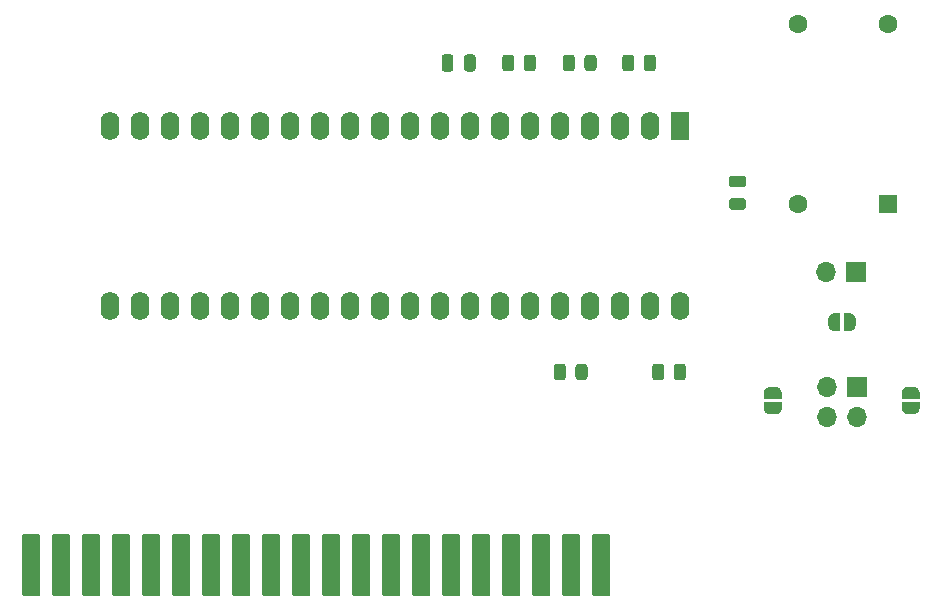
<source format=gbr>
G04 #@! TF.GenerationSoftware,KiCad,Pcbnew,(5.1.9-0-10_14)*
G04 #@! TF.CreationDate,2021-05-05T15:59:09-05:00*
G04 #@! TF.ProjectId,CPU Card,43505520-4361-4726-942e-6b696361645f,v1.0*
G04 #@! TF.SameCoordinates,Original*
G04 #@! TF.FileFunction,Soldermask,Top*
G04 #@! TF.FilePolarity,Negative*
%FSLAX46Y46*%
G04 Gerber Fmt 4.6, Leading zero omitted, Abs format (unit mm)*
G04 Created by KiCad (PCBNEW (5.1.9-0-10_14)) date 2021-05-05 15:59:09*
%MOMM*%
%LPD*%
G01*
G04 APERTURE LIST*
%ADD10R,1.600000X2.400000*%
%ADD11O,1.600000X2.400000*%
%ADD12R,1.700000X1.700000*%
%ADD13O,1.700000X1.700000*%
%ADD14C,0.100000*%
%ADD15R,1.600000X1.600000*%
%ADD16C,1.600000*%
G04 APERTURE END LIST*
G36*
G01*
X164145000Y-132541600D02*
X162875000Y-132541600D01*
G75*
G02*
X162773400Y-132440000I0J101600D01*
G01*
X162773400Y-127360000D01*
G75*
G02*
X162875000Y-127258400I101600J0D01*
G01*
X164145000Y-127258400D01*
G75*
G02*
X164246600Y-127360000I0J-101600D01*
G01*
X164246600Y-132440000D01*
G75*
G02*
X164145000Y-132541600I-101600J0D01*
G01*
G37*
G36*
G01*
X161605000Y-132541600D02*
X160335000Y-132541600D01*
G75*
G02*
X160233400Y-132440000I0J101600D01*
G01*
X160233400Y-127360000D01*
G75*
G02*
X160335000Y-127258400I101600J0D01*
G01*
X161605000Y-127258400D01*
G75*
G02*
X161706600Y-127360000I0J-101600D01*
G01*
X161706600Y-132440000D01*
G75*
G02*
X161605000Y-132541600I-101600J0D01*
G01*
G37*
G36*
G01*
X159065000Y-132541600D02*
X157795000Y-132541600D01*
G75*
G02*
X157693400Y-132440000I0J101600D01*
G01*
X157693400Y-127360000D01*
G75*
G02*
X157795000Y-127258400I101600J0D01*
G01*
X159065000Y-127258400D01*
G75*
G02*
X159166600Y-127360000I0J-101600D01*
G01*
X159166600Y-132440000D01*
G75*
G02*
X159065000Y-132541600I-101600J0D01*
G01*
G37*
G36*
G01*
X156525000Y-132541600D02*
X155255000Y-132541600D01*
G75*
G02*
X155153400Y-132440000I0J101600D01*
G01*
X155153400Y-127360000D01*
G75*
G02*
X155255000Y-127258400I101600J0D01*
G01*
X156525000Y-127258400D01*
G75*
G02*
X156626600Y-127360000I0J-101600D01*
G01*
X156626600Y-132440000D01*
G75*
G02*
X156525000Y-132541600I-101600J0D01*
G01*
G37*
G36*
G01*
X153985000Y-132541600D02*
X152715000Y-132541600D01*
G75*
G02*
X152613400Y-132440000I0J101600D01*
G01*
X152613400Y-127360000D01*
G75*
G02*
X152715000Y-127258400I101600J0D01*
G01*
X153985000Y-127258400D01*
G75*
G02*
X154086600Y-127360000I0J-101600D01*
G01*
X154086600Y-132440000D01*
G75*
G02*
X153985000Y-132541600I-101600J0D01*
G01*
G37*
G36*
G01*
X151445000Y-132541600D02*
X150175000Y-132541600D01*
G75*
G02*
X150073400Y-132440000I0J101600D01*
G01*
X150073400Y-127360000D01*
G75*
G02*
X150175000Y-127258400I101600J0D01*
G01*
X151445000Y-127258400D01*
G75*
G02*
X151546600Y-127360000I0J-101600D01*
G01*
X151546600Y-132440000D01*
G75*
G02*
X151445000Y-132541600I-101600J0D01*
G01*
G37*
G36*
G01*
X148905000Y-132541600D02*
X147635000Y-132541600D01*
G75*
G02*
X147533400Y-132440000I0J101600D01*
G01*
X147533400Y-127360000D01*
G75*
G02*
X147635000Y-127258400I101600J0D01*
G01*
X148905000Y-127258400D01*
G75*
G02*
X149006600Y-127360000I0J-101600D01*
G01*
X149006600Y-132440000D01*
G75*
G02*
X148905000Y-132541600I-101600J0D01*
G01*
G37*
G36*
G01*
X146365000Y-132541600D02*
X145095000Y-132541600D01*
G75*
G02*
X144993400Y-132440000I0J101600D01*
G01*
X144993400Y-127360000D01*
G75*
G02*
X145095000Y-127258400I101600J0D01*
G01*
X146365000Y-127258400D01*
G75*
G02*
X146466600Y-127360000I0J-101600D01*
G01*
X146466600Y-132440000D01*
G75*
G02*
X146365000Y-132541600I-101600J0D01*
G01*
G37*
G36*
G01*
X143825000Y-132541600D02*
X142555000Y-132541600D01*
G75*
G02*
X142453400Y-132440000I0J101600D01*
G01*
X142453400Y-127360000D01*
G75*
G02*
X142555000Y-127258400I101600J0D01*
G01*
X143825000Y-127258400D01*
G75*
G02*
X143926600Y-127360000I0J-101600D01*
G01*
X143926600Y-132440000D01*
G75*
G02*
X143825000Y-132541600I-101600J0D01*
G01*
G37*
G36*
G01*
X141285000Y-132541600D02*
X140015000Y-132541600D01*
G75*
G02*
X139913400Y-132440000I0J101600D01*
G01*
X139913400Y-127360000D01*
G75*
G02*
X140015000Y-127258400I101600J0D01*
G01*
X141285000Y-127258400D01*
G75*
G02*
X141386600Y-127360000I0J-101600D01*
G01*
X141386600Y-132440000D01*
G75*
G02*
X141285000Y-132541600I-101600J0D01*
G01*
G37*
G36*
G01*
X138745000Y-132541600D02*
X137475000Y-132541600D01*
G75*
G02*
X137373400Y-132440000I0J101600D01*
G01*
X137373400Y-127360000D01*
G75*
G02*
X137475000Y-127258400I101600J0D01*
G01*
X138745000Y-127258400D01*
G75*
G02*
X138846600Y-127360000I0J-101600D01*
G01*
X138846600Y-132440000D01*
G75*
G02*
X138745000Y-132541600I-101600J0D01*
G01*
G37*
G36*
G01*
X136205000Y-132541600D02*
X134935000Y-132541600D01*
G75*
G02*
X134833400Y-132440000I0J101600D01*
G01*
X134833400Y-127360000D01*
G75*
G02*
X134935000Y-127258400I101600J0D01*
G01*
X136205000Y-127258400D01*
G75*
G02*
X136306600Y-127360000I0J-101600D01*
G01*
X136306600Y-132440000D01*
G75*
G02*
X136205000Y-132541600I-101600J0D01*
G01*
G37*
G36*
G01*
X133665000Y-132541600D02*
X132395000Y-132541600D01*
G75*
G02*
X132293400Y-132440000I0J101600D01*
G01*
X132293400Y-127360000D01*
G75*
G02*
X132395000Y-127258400I101600J0D01*
G01*
X133665000Y-127258400D01*
G75*
G02*
X133766600Y-127360000I0J-101600D01*
G01*
X133766600Y-132440000D01*
G75*
G02*
X133665000Y-132541600I-101600J0D01*
G01*
G37*
G36*
G01*
X131125000Y-132541600D02*
X129855000Y-132541600D01*
G75*
G02*
X129753400Y-132440000I0J101600D01*
G01*
X129753400Y-127360000D01*
G75*
G02*
X129855000Y-127258400I101600J0D01*
G01*
X131125000Y-127258400D01*
G75*
G02*
X131226600Y-127360000I0J-101600D01*
G01*
X131226600Y-132440000D01*
G75*
G02*
X131125000Y-132541600I-101600J0D01*
G01*
G37*
G36*
G01*
X128585000Y-132541600D02*
X127315000Y-132541600D01*
G75*
G02*
X127213400Y-132440000I0J101600D01*
G01*
X127213400Y-127360000D01*
G75*
G02*
X127315000Y-127258400I101600J0D01*
G01*
X128585000Y-127258400D01*
G75*
G02*
X128686600Y-127360000I0J-101600D01*
G01*
X128686600Y-132440000D01*
G75*
G02*
X128585000Y-132541600I-101600J0D01*
G01*
G37*
G36*
G01*
X126045000Y-132541600D02*
X124775000Y-132541600D01*
G75*
G02*
X124673400Y-132440000I0J101600D01*
G01*
X124673400Y-127360000D01*
G75*
G02*
X124775000Y-127258400I101600J0D01*
G01*
X126045000Y-127258400D01*
G75*
G02*
X126146600Y-127360000I0J-101600D01*
G01*
X126146600Y-132440000D01*
G75*
G02*
X126045000Y-132541600I-101600J0D01*
G01*
G37*
G36*
G01*
X123505000Y-132541600D02*
X122235000Y-132541600D01*
G75*
G02*
X122133400Y-132440000I0J101600D01*
G01*
X122133400Y-127360000D01*
G75*
G02*
X122235000Y-127258400I101600J0D01*
G01*
X123505000Y-127258400D01*
G75*
G02*
X123606600Y-127360000I0J-101600D01*
G01*
X123606600Y-132440000D01*
G75*
G02*
X123505000Y-132541600I-101600J0D01*
G01*
G37*
G36*
G01*
X120965000Y-132541600D02*
X119695000Y-132541600D01*
G75*
G02*
X119593400Y-132440000I0J101600D01*
G01*
X119593400Y-127360000D01*
G75*
G02*
X119695000Y-127258400I101600J0D01*
G01*
X120965000Y-127258400D01*
G75*
G02*
X121066600Y-127360000I0J-101600D01*
G01*
X121066600Y-132440000D01*
G75*
G02*
X120965000Y-132541600I-101600J0D01*
G01*
G37*
G36*
G01*
X118425000Y-132541600D02*
X117155000Y-132541600D01*
G75*
G02*
X117053400Y-132440000I0J101600D01*
G01*
X117053400Y-127360000D01*
G75*
G02*
X117155000Y-127258400I101600J0D01*
G01*
X118425000Y-127258400D01*
G75*
G02*
X118526600Y-127360000I0J-101600D01*
G01*
X118526600Y-132440000D01*
G75*
G02*
X118425000Y-132541600I-101600J0D01*
G01*
G37*
G36*
G01*
X115885000Y-132541600D02*
X114615000Y-132541600D01*
G75*
G02*
X114513400Y-132440000I0J101600D01*
G01*
X114513400Y-127360000D01*
G75*
G02*
X114615000Y-127258400I101600J0D01*
G01*
X115885000Y-127258400D01*
G75*
G02*
X115986600Y-127360000I0J-101600D01*
G01*
X115986600Y-132440000D01*
G75*
G02*
X115885000Y-132541600I-101600J0D01*
G01*
G37*
G36*
G01*
X152895000Y-86901000D02*
X152895000Y-87851000D01*
G75*
G02*
X152645000Y-88101000I-250000J0D01*
G01*
X152145000Y-88101000D01*
G75*
G02*
X151895000Y-87851000I0J250000D01*
G01*
X151895000Y-86901000D01*
G75*
G02*
X152145000Y-86651000I250000J0D01*
G01*
X152645000Y-86651000D01*
G75*
G02*
X152895000Y-86901000I0J-250000D01*
G01*
G37*
G36*
G01*
X150995000Y-86901000D02*
X150995000Y-87851000D01*
G75*
G02*
X150745000Y-88101000I-250000J0D01*
G01*
X150245000Y-88101000D01*
G75*
G02*
X149995000Y-87851000I0J250000D01*
G01*
X149995000Y-86901000D01*
G75*
G02*
X150245000Y-86651000I250000J0D01*
G01*
X150745000Y-86651000D01*
G75*
G02*
X150995000Y-86901000I0J-250000D01*
G01*
G37*
D10*
X170180000Y-92710000D03*
D11*
X121920000Y-107950000D03*
X167640000Y-92710000D03*
X124460000Y-107950000D03*
X165100000Y-92710000D03*
X127000000Y-107950000D03*
X162560000Y-92710000D03*
X129540000Y-107950000D03*
X160020000Y-92710000D03*
X132080000Y-107950000D03*
X157480000Y-92710000D03*
X134620000Y-107950000D03*
X154940000Y-92710000D03*
X137160000Y-107950000D03*
X152400000Y-92710000D03*
X139700000Y-107950000D03*
X149860000Y-92710000D03*
X142240000Y-107950000D03*
X147320000Y-92710000D03*
X144780000Y-107950000D03*
X144780000Y-92710000D03*
X147320000Y-107950000D03*
X142240000Y-92710000D03*
X149860000Y-107950000D03*
X139700000Y-92710000D03*
X152400000Y-107950000D03*
X137160000Y-92710000D03*
X154940000Y-107950000D03*
X134620000Y-92710000D03*
X157480000Y-107950000D03*
X132080000Y-92710000D03*
X160020000Y-107950000D03*
X129540000Y-92710000D03*
X162560000Y-107950000D03*
X127000000Y-92710000D03*
X165100000Y-107950000D03*
X124460000Y-92710000D03*
X167640000Y-107950000D03*
X121920000Y-92710000D03*
X170180000Y-107950000D03*
D12*
X185150000Y-114810000D03*
D13*
X185150000Y-117350000D03*
X182610000Y-114810000D03*
X182610000Y-117350000D03*
G36*
G01*
X170692500Y-113087998D02*
X170692500Y-113988002D01*
G75*
G02*
X170442502Y-114238000I-249998J0D01*
G01*
X169917498Y-114238000D01*
G75*
G02*
X169667500Y-113988002I0J249998D01*
G01*
X169667500Y-113087998D01*
G75*
G02*
X169917498Y-112838000I249998J0D01*
G01*
X170442502Y-112838000D01*
G75*
G02*
X170692500Y-113087998I0J-249998D01*
G01*
G37*
G36*
G01*
X168867500Y-113087998D02*
X168867500Y-113988002D01*
G75*
G02*
X168617502Y-114238000I-249998J0D01*
G01*
X168092498Y-114238000D01*
G75*
G02*
X167842500Y-113988002I0J249998D01*
G01*
X167842500Y-113087998D01*
G75*
G02*
X168092498Y-112838000I249998J0D01*
G01*
X168617502Y-112838000D01*
G75*
G02*
X168867500Y-113087998I0J-249998D01*
G01*
G37*
G36*
G01*
X166327500Y-86925998D02*
X166327500Y-87826002D01*
G75*
G02*
X166077502Y-88076000I-249998J0D01*
G01*
X165552498Y-88076000D01*
G75*
G02*
X165302500Y-87826002I0J249998D01*
G01*
X165302500Y-86925998D01*
G75*
G02*
X165552498Y-86676000I249998J0D01*
G01*
X166077502Y-86676000D01*
G75*
G02*
X166327500Y-86925998I0J-249998D01*
G01*
G37*
G36*
G01*
X168152500Y-86925998D02*
X168152500Y-87826002D01*
G75*
G02*
X167902502Y-88076000I-249998J0D01*
G01*
X167377498Y-88076000D01*
G75*
G02*
X167127500Y-87826002I0J249998D01*
G01*
X167127500Y-86925998D01*
G75*
G02*
X167377498Y-86676000I249998J0D01*
G01*
X167902502Y-86676000D01*
G75*
G02*
X168152500Y-86925998I0J-249998D01*
G01*
G37*
G36*
G01*
X163119500Y-86925998D02*
X163119500Y-87826002D01*
G75*
G02*
X162869502Y-88076000I-249998J0D01*
G01*
X162344498Y-88076000D01*
G75*
G02*
X162094500Y-87826002I0J249998D01*
G01*
X162094500Y-86925998D01*
G75*
G02*
X162344498Y-86676000I249998J0D01*
G01*
X162869502Y-86676000D01*
G75*
G02*
X163119500Y-86925998I0J-249998D01*
G01*
G37*
G36*
G01*
X161294500Y-86925998D02*
X161294500Y-87826002D01*
G75*
G02*
X161044502Y-88076000I-249998J0D01*
G01*
X160519498Y-88076000D01*
G75*
G02*
X160269500Y-87826002I0J249998D01*
G01*
X160269500Y-86925998D01*
G75*
G02*
X160519498Y-86676000I249998J0D01*
G01*
X161044502Y-86676000D01*
G75*
G02*
X161294500Y-86925998I0J-249998D01*
G01*
G37*
G36*
G01*
X156167500Y-86925998D02*
X156167500Y-87826002D01*
G75*
G02*
X155917502Y-88076000I-249998J0D01*
G01*
X155392498Y-88076000D01*
G75*
G02*
X155142500Y-87826002I0J249998D01*
G01*
X155142500Y-86925998D01*
G75*
G02*
X155392498Y-86676000I249998J0D01*
G01*
X155917502Y-86676000D01*
G75*
G02*
X156167500Y-86925998I0J-249998D01*
G01*
G37*
G36*
G01*
X157992500Y-86925998D02*
X157992500Y-87826002D01*
G75*
G02*
X157742502Y-88076000I-249998J0D01*
G01*
X157217498Y-88076000D01*
G75*
G02*
X156967500Y-87826002I0J249998D01*
G01*
X156967500Y-86925998D01*
G75*
G02*
X157217498Y-86676000I249998J0D01*
G01*
X157742502Y-86676000D01*
G75*
G02*
X157992500Y-86925998I0J-249998D01*
G01*
G37*
G36*
G01*
X159507500Y-113988002D02*
X159507500Y-113087998D01*
G75*
G02*
X159757498Y-112838000I249998J0D01*
G01*
X160282502Y-112838000D01*
G75*
G02*
X160532500Y-113087998I0J-249998D01*
G01*
X160532500Y-113988002D01*
G75*
G02*
X160282502Y-114238000I-249998J0D01*
G01*
X159757498Y-114238000D01*
G75*
G02*
X159507500Y-113988002I0J249998D01*
G01*
G37*
G36*
G01*
X161332500Y-113988002D02*
X161332500Y-113087998D01*
G75*
G02*
X161582498Y-112838000I249998J0D01*
G01*
X162107502Y-112838000D01*
G75*
G02*
X162357500Y-113087998I0J-249998D01*
G01*
X162357500Y-113988002D01*
G75*
G02*
X162107502Y-114238000I-249998J0D01*
G01*
X161582498Y-114238000D01*
G75*
G02*
X161332500Y-113988002I0J249998D01*
G01*
G37*
D14*
G36*
X190471398Y-116588000D02*
G01*
X190471398Y-116612534D01*
X190466588Y-116661365D01*
X190457016Y-116709490D01*
X190442772Y-116756445D01*
X190423995Y-116801778D01*
X190400864Y-116845051D01*
X190373604Y-116885850D01*
X190342476Y-116923779D01*
X190307779Y-116958476D01*
X190269850Y-116989604D01*
X190229051Y-117016864D01*
X190185778Y-117039995D01*
X190140445Y-117058772D01*
X190093490Y-117073016D01*
X190045365Y-117082588D01*
X189996534Y-117087398D01*
X189972000Y-117087398D01*
X189972000Y-117088000D01*
X189472000Y-117088000D01*
X189472000Y-117087398D01*
X189447466Y-117087398D01*
X189398635Y-117082588D01*
X189350510Y-117073016D01*
X189303555Y-117058772D01*
X189258222Y-117039995D01*
X189214949Y-117016864D01*
X189174150Y-116989604D01*
X189136221Y-116958476D01*
X189101524Y-116923779D01*
X189070396Y-116885850D01*
X189043136Y-116845051D01*
X189020005Y-116801778D01*
X189001228Y-116756445D01*
X188986984Y-116709490D01*
X188977412Y-116661365D01*
X188972602Y-116612534D01*
X188972602Y-116588000D01*
X188972000Y-116588000D01*
X188972000Y-116088000D01*
X190472000Y-116088000D01*
X190472000Y-116588000D01*
X190471398Y-116588000D01*
G37*
G36*
X188972000Y-115788000D02*
G01*
X188972000Y-115288000D01*
X188972602Y-115288000D01*
X188972602Y-115263466D01*
X188977412Y-115214635D01*
X188986984Y-115166510D01*
X189001228Y-115119555D01*
X189020005Y-115074222D01*
X189043136Y-115030949D01*
X189070396Y-114990150D01*
X189101524Y-114952221D01*
X189136221Y-114917524D01*
X189174150Y-114886396D01*
X189214949Y-114859136D01*
X189258222Y-114836005D01*
X189303555Y-114817228D01*
X189350510Y-114802984D01*
X189398635Y-114793412D01*
X189447466Y-114788602D01*
X189472000Y-114788602D01*
X189472000Y-114788000D01*
X189972000Y-114788000D01*
X189972000Y-114788602D01*
X189996534Y-114788602D01*
X190045365Y-114793412D01*
X190093490Y-114802984D01*
X190140445Y-114817228D01*
X190185778Y-114836005D01*
X190229051Y-114859136D01*
X190269850Y-114886396D01*
X190307779Y-114917524D01*
X190342476Y-114952221D01*
X190373604Y-114990150D01*
X190400864Y-115030949D01*
X190423995Y-115074222D01*
X190442772Y-115119555D01*
X190457016Y-115166510D01*
X190466588Y-115214635D01*
X190471398Y-115263466D01*
X190471398Y-115288000D01*
X190472000Y-115288000D01*
X190472000Y-115788000D01*
X188972000Y-115788000D01*
G37*
G36*
X177288000Y-115803000D02*
G01*
X177288000Y-115303000D01*
X177288602Y-115303000D01*
X177288602Y-115278466D01*
X177293412Y-115229635D01*
X177302984Y-115181510D01*
X177317228Y-115134555D01*
X177336005Y-115089222D01*
X177359136Y-115045949D01*
X177386396Y-115005150D01*
X177417524Y-114967221D01*
X177452221Y-114932524D01*
X177490150Y-114901396D01*
X177530949Y-114874136D01*
X177574222Y-114851005D01*
X177619555Y-114832228D01*
X177666510Y-114817984D01*
X177714635Y-114808412D01*
X177763466Y-114803602D01*
X177788000Y-114803602D01*
X177788000Y-114803000D01*
X178288000Y-114803000D01*
X178288000Y-114803602D01*
X178312534Y-114803602D01*
X178361365Y-114808412D01*
X178409490Y-114817984D01*
X178456445Y-114832228D01*
X178501778Y-114851005D01*
X178545051Y-114874136D01*
X178585850Y-114901396D01*
X178623779Y-114932524D01*
X178658476Y-114967221D01*
X178689604Y-115005150D01*
X178716864Y-115045949D01*
X178739995Y-115089222D01*
X178758772Y-115134555D01*
X178773016Y-115181510D01*
X178782588Y-115229635D01*
X178787398Y-115278466D01*
X178787398Y-115303000D01*
X178788000Y-115303000D01*
X178788000Y-115803000D01*
X177288000Y-115803000D01*
G37*
G36*
X178787398Y-116603000D02*
G01*
X178787398Y-116627534D01*
X178782588Y-116676365D01*
X178773016Y-116724490D01*
X178758772Y-116771445D01*
X178739995Y-116816778D01*
X178716864Y-116860051D01*
X178689604Y-116900850D01*
X178658476Y-116938779D01*
X178623779Y-116973476D01*
X178585850Y-117004604D01*
X178545051Y-117031864D01*
X178501778Y-117054995D01*
X178456445Y-117073772D01*
X178409490Y-117088016D01*
X178361365Y-117097588D01*
X178312534Y-117102398D01*
X178288000Y-117102398D01*
X178288000Y-117103000D01*
X177788000Y-117103000D01*
X177788000Y-117102398D01*
X177763466Y-117102398D01*
X177714635Y-117097588D01*
X177666510Y-117088016D01*
X177619555Y-117073772D01*
X177574222Y-117054995D01*
X177530949Y-117031864D01*
X177490150Y-117004604D01*
X177452221Y-116973476D01*
X177417524Y-116938779D01*
X177386396Y-116900850D01*
X177359136Y-116860051D01*
X177336005Y-116816778D01*
X177317228Y-116771445D01*
X177302984Y-116724490D01*
X177293412Y-116676365D01*
X177288602Y-116627534D01*
X177288602Y-116603000D01*
X177288000Y-116603000D01*
X177288000Y-116103000D01*
X178788000Y-116103000D01*
X178788000Y-116603000D01*
X178787398Y-116603000D01*
G37*
G36*
G01*
X175526100Y-99813600D02*
X174576100Y-99813600D01*
G75*
G02*
X174326100Y-99563600I0J250000D01*
G01*
X174326100Y-99063600D01*
G75*
G02*
X174576100Y-98813600I250000J0D01*
G01*
X175526100Y-98813600D01*
G75*
G02*
X175776100Y-99063600I0J-250000D01*
G01*
X175776100Y-99563600D01*
G75*
G02*
X175526100Y-99813600I-250000J0D01*
G01*
G37*
G36*
G01*
X175526100Y-97913600D02*
X174576100Y-97913600D01*
G75*
G02*
X174326100Y-97663600I0J250000D01*
G01*
X174326100Y-97163600D01*
G75*
G02*
X174576100Y-96913600I250000J0D01*
G01*
X175526100Y-96913600D01*
G75*
G02*
X175776100Y-97163600I0J-250000D01*
G01*
X175776100Y-97663600D01*
G75*
G02*
X175526100Y-97913600I-250000J0D01*
G01*
G37*
D12*
X185051100Y-105063600D03*
D13*
X182511100Y-105063600D03*
D14*
G36*
X184051100Y-108563600D02*
G01*
X184551100Y-108563600D01*
X184551100Y-108564202D01*
X184575634Y-108564202D01*
X184624465Y-108569012D01*
X184672590Y-108578584D01*
X184719545Y-108592828D01*
X184764878Y-108611605D01*
X184808151Y-108634736D01*
X184848950Y-108661996D01*
X184886879Y-108693124D01*
X184921576Y-108727821D01*
X184952704Y-108765750D01*
X184979964Y-108806549D01*
X185003095Y-108849822D01*
X185021872Y-108895155D01*
X185036116Y-108942110D01*
X185045688Y-108990235D01*
X185050498Y-109039066D01*
X185050498Y-109063600D01*
X185051100Y-109063600D01*
X185051100Y-109563600D01*
X185050498Y-109563600D01*
X185050498Y-109588134D01*
X185045688Y-109636965D01*
X185036116Y-109685090D01*
X185021872Y-109732045D01*
X185003095Y-109777378D01*
X184979964Y-109820651D01*
X184952704Y-109861450D01*
X184921576Y-109899379D01*
X184886879Y-109934076D01*
X184848950Y-109965204D01*
X184808151Y-109992464D01*
X184764878Y-110015595D01*
X184719545Y-110034372D01*
X184672590Y-110048616D01*
X184624465Y-110058188D01*
X184575634Y-110062998D01*
X184551100Y-110062998D01*
X184551100Y-110063600D01*
X184051100Y-110063600D01*
X184051100Y-108563600D01*
G37*
G36*
X183251100Y-110062998D02*
G01*
X183226566Y-110062998D01*
X183177735Y-110058188D01*
X183129610Y-110048616D01*
X183082655Y-110034372D01*
X183037322Y-110015595D01*
X182994049Y-109992464D01*
X182953250Y-109965204D01*
X182915321Y-109934076D01*
X182880624Y-109899379D01*
X182849496Y-109861450D01*
X182822236Y-109820651D01*
X182799105Y-109777378D01*
X182780328Y-109732045D01*
X182766084Y-109685090D01*
X182756512Y-109636965D01*
X182751702Y-109588134D01*
X182751702Y-109563600D01*
X182751100Y-109563600D01*
X182751100Y-109063600D01*
X182751702Y-109063600D01*
X182751702Y-109039066D01*
X182756512Y-108990235D01*
X182766084Y-108942110D01*
X182780328Y-108895155D01*
X182799105Y-108849822D01*
X182822236Y-108806549D01*
X182849496Y-108765750D01*
X182880624Y-108727821D01*
X182915321Y-108693124D01*
X182953250Y-108661996D01*
X182994049Y-108634736D01*
X183037322Y-108611605D01*
X183082655Y-108592828D01*
X183129610Y-108578584D01*
X183177735Y-108569012D01*
X183226566Y-108564202D01*
X183251100Y-108564202D01*
X183251100Y-108563600D01*
X183751100Y-108563600D01*
X183751100Y-110063600D01*
X183251100Y-110063600D01*
X183251100Y-110062998D01*
G37*
D15*
X187801100Y-99313600D03*
D16*
X180181100Y-99313600D03*
X180181100Y-84073600D03*
X187801100Y-84073600D03*
M02*

</source>
